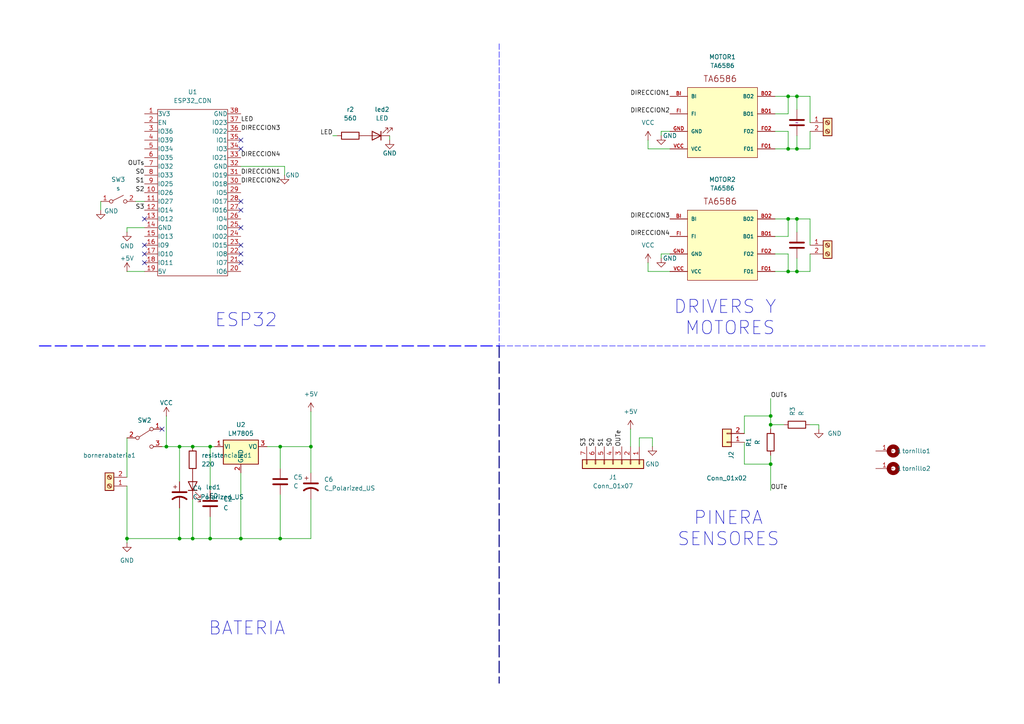
<source format=kicad_sch>
(kicad_sch (version 20231120) (generator "eeschema") (generator_version "8.0")
  (paper "A4")
  (lib_symbols
    (symbol "CDN:Conn_01x07" (pin_names (offset 1.016) hide)
      (property "Reference" "J" (at 0 10.16 0))
      (property "Value" "Conn_01x07" (at 0 -10.16 0))
      (symbol "Conn_01x07_1_1"
        (rectangle (start -1.27 -7.493) (end 0 -7.747) (stroke (width 0.1524)))
        (rectangle (start -1.27 -4.953) (end 0 -5.207) (stroke (width 0.1524)))
        (rectangle (start -1.27 -2.413) (end 0 -2.667) (stroke (width 0.1524)))
        (rectangle (start -1.27 0.127) (end 0 -0.127) (stroke (width 0.1524)))
        (rectangle (start -1.27 2.667) (end 0 2.413) (stroke (width 0.1524)))
        (rectangle (start -1.27 5.207) (end 0 4.953) (stroke (width 0.1524)))
        (rectangle (start -1.27 7.747) (end 0 7.493) (stroke (width 0.1524)))
        (rectangle (start -1.27 8.89) (end 1.27 -8.89) (stroke (width 0.254)) (fill (type background)))
        (pin passive line (at -5.08 7.62 0) (length 3.81) (name "Pin_1") (number "1"))
        (pin passive line (at -5.08 5.08 0) (length 3.81) (name "Pin_2") (number "2"))
        (pin passive line (at -5.08 2.54 0) (length 3.81) (name "Pin_3") (number "3"))
        (pin passive line (at -5.08 0 0) (length 3.81) (name "Pin_4") (number "4"))
        (pin passive line (at -5.08 -2.54 0) (length 3.81) (name "Pin_5") (number "5"))
        (pin passive line (at -5.08 -5.08 0) (length 3.81) (name "Pin_6") (number "6"))
        (pin passive line (at -5.08 -7.62 0) (length 3.81) (name "Pin_7") (number "7"))
      )
    )
    (symbol "CDN:ESP32_CDN" (pin_names (offset 0.0254))
      (property "Reference" "U" (at 0 25.4 0))
      (property "Value" "ESP32_CDN" (at 0 -25.4 0))
      (symbol "ESP32_CDN_0_1"
        (rectangle (start -10.16 24.13) (end 10.16 -24.13))
      )
      (symbol "ESP32_CDN_1_1"
        (pin passive line (at -13.97 22.86 0) (length 3.81) (name "3V3") (number "1"))
        (pin passive line (at -13.97 0 0) (length 3.81) (name "IO26") (number "10"))
        (pin passive line (at -13.97 -2.54 0) (length 3.81) (name "IO27") (number "11"))
        (pin passive line (at -13.97 -5.08 0) (length 3.81) (name "IO14") (number "12"))
        (pin passive line (at -13.97 -7.62 0) (length 3.81) (name "IO12") (number "13"))
        (pin passive line (at -13.97 -10.16 0) (length 3.81) (name "GND") (number "14"))
        (pin passive line (at -13.97 -12.7 0) (length 3.81) (name "IO13") (number "15"))
        (pin passive line (at -13.97 -15.24 0) (length 3.81) (name "IO9") (number "16"))
        (pin passive line (at -13.97 -17.78 0) (length 3.81) (name "IO10") (number "17"))
        (pin passive line (at -13.97 -20.32 0) (length 3.81) (name "IO11") (number "18"))
        (pin passive line (at -13.97 -22.86 0) (length 3.81) (name "5V") (number "19"))
        (pin passive line (at -13.97 20.32 0) (length 3.81) (name "EN") (number "2"))
        (pin passive line (at 13.97 -22.86 180) (length 3.81) (name "IO6") (number "20"))
        (pin passive line (at 13.97 -20.32 180) (length 3.81) (name "IO7") (number "21"))
        (pin passive line (at 13.97 -17.78 180) (length 3.81) (name "IO8") (number "22"))
        (pin passive line (at 13.97 -15.24 180) (length 3.81) (name "IO15") (number "23"))
        (pin passive line (at 13.97 -12.7 180) (length 3.81) (name "IO02") (number "24"))
        (pin passive line (at 13.97 -10.16 180) (length 3.81) (name "IO0") (number "25"))
        (pin passive line (at 13.97 -7.62 180) (length 3.81) (name "IO4") (number "26"))
        (pin passive line (at 13.97 -5.08 180) (length 3.81) (name "IO16") (number "27"))
        (pin passive line (at 13.97 -2.54 180) (length 3.81) (name "IO17") (number "28"))
        (pin passive line (at 13.97 0 180) (length 3.81) (name "IO5") (number "29"))
        (pin passive line (at -13.97 17.78 0) (length 3.81) (name "IO36") (number "3"))
        (pin passive line (at 13.97 2.54 180) (length 3.81) (name "IO18") (number "30"))
        (pin passive line (at 13.97 5.08 180) (length 3.81) (name "IO19") (number "31"))
        (pin passive line (at 13.97 7.62 180) (length 3.81) (name "GND") (number "32"))
        (pin passive line (at 13.97 10.16 180) (length 3.81) (name "IO21") (number "33"))
        (pin passive line (at 13.97 12.7 180) (length 3.81) (name "IO3") (number "34"))
        (pin passive line (at 13.97 15.24 180) (length 3.81) (name "IO1") (number "35"))
        (pin passive line (at 13.97 17.78 180) (length 3.81) (name "IO22") (number "36"))
        (pin passive line (at 13.97 20.32 180) (length 3.81) (name "IO23") (number "37"))
        (pin passive line (at 13.97 22.86 180) (length 3.81) (name "GND") (number "38"))
        (pin passive line (at -13.97 15.24 0) (length 3.81) (name "IO39") (number "4"))
        (pin passive line (at -13.97 12.7 0) (length 3.81) (name "IO34") (number "5"))
        (pin passive line (at -13.97 10.16 0) (length 3.81) (name "IO35") (number "6"))
        (pin passive line (at -13.97 7.62 0) (length 3.81) (name "IO32") (number "7"))
        (pin passive line (at -13.97 5.08 0) (length 3.81) (name "IO33") (number "8"))
        (pin passive line (at -13.97 2.54 0) (length 3.81) (name "IO25") (number "9"))
      )
    )
    (symbol "Connector:Screw_Terminal_01x02" (pin_names (offset 1.016) hide)
      (property "Reference" "J" (at 0 2.54 0))
      (property "Value" "Screw_Terminal_01x02" (at 0 -5.08 0))
      (symbol "Screw_Terminal_01x02_1_1"
        (rectangle (start -1.27 1.27) (end 1.27 -3.81) (stroke (width 0.254)) (fill (type background)))
        (circle (center 0 -2.54) (radius 0.635) (stroke (width 0.1524)))
        (polyline (pts (xy -0.5334 -2.2098) (xy 0.3302 -3.048)) (stroke (width 0.1524)))
        (polyline (pts (xy -0.5334 0.3302) (xy 0.3302 -0.508)) (stroke (width 0.1524)))
        (polyline (pts (xy -0.3556 -2.032) (xy 0.508 -2.8702)) (stroke (width 0.1524)))
        (polyline (pts (xy -0.3556 0.508) (xy 0.508 -0.3302)) (stroke (width 0.1524)))
        (circle (center 0 0) (radius 0.635) (stroke (width 0.1524)))
        (pin passive line (at -5.08 0 0) (length 3.81) (name "Pin_1") (number "1"))
        (pin passive line (at -5.08 -2.54 0) (length 3.81) (name "Pin_2") (number "2"))
      )
    )
    (symbol "Connector_Generic:Conn_01x02" (pin_names (offset 1.016) hide)
      (property "Reference" "J" (at 0 2.54 0))
      (property "Value" "Conn_01x02" (at 0 -5.08 0))
      (symbol "Conn_01x02_1_1"
        (rectangle (start -1.27 -2.413) (end 0 -2.667) (stroke (width 0.1524)))
        (rectangle (start -1.27 0.127) (end 0 -0.127) (stroke (width 0.1524)))
        (rectangle (start -1.27 1.27) (end 1.27 -3.81) (stroke (width 0.254)) (fill (type background)))
        (pin passive line (at -5.08 0 0) (length 3.81) (name "Pin_1") (number "1"))
        (pin passive line (at -5.08 -2.54 0) (length 3.81) (name "Pin_2") (number "2"))
      )
    )
    (symbol "Device:C" (pin_numbers hide) (pin_names (offset 0.254))
      (property "Reference" "C" (at 0.635 2.54 0))
      (property "Value" "C" (at 0.635 -2.54 0))
      (symbol "C_0_1"
        (polyline (pts (xy -2.032 -0.762) (xy 2.032 -0.762)) (stroke (width 0.508)))
        (polyline (pts (xy -2.032 0.762) (xy 2.032 0.762)) (stroke (width 0.508)))
      )
      (symbol "C_1_1"
        (pin passive line (at 0 3.81 270) (length 2.794) (name "~") (number "1"))
        (pin passive line (at 0 -3.81 90) (length 2.794) (name "~") (number "2"))
      )
    )
    (symbol "Device:C_Polarized_US" (pin_numbers hide) (pin_names (offset 0.254) hide)
      (property "Reference" "C" (at 0.635 2.54 0))
      (property "Value" "C_Polarized_US" (at 0.635 -2.54 0))
      (symbol "C_Polarized_US_0_1"
        (polyline (pts (xy -2.032 0.762) (xy 2.032 0.762)) (stroke (width 0.508)))
        (polyline (pts (xy -1.778 2.286) (xy -0.762 2.286)))
        (polyline (pts (xy -1.27 1.778) (xy -1.27 2.794)))
        (arc (start 2.032 -1.27) (mid 0 -0.5572) (end -2.032 -1.27) (stroke (width 0.508)))
      )
      (symbol "C_Polarized_US_1_1"
        (pin passive line (at 0 3.81 270) (length 2.794) (name "~") (number "1"))
        (pin passive line (at 0 -3.81 90) (length 3.302) (name "~") (number "2"))
      )
    )
    (symbol "Device:LED" (pin_numbers hide) (pin_names (offset 1.016) hide)
      (property "Reference" "D" (at 0 2.54 0))
      (property "Value" "LED" (at 0 -2.54 0))
      (symbol "LED_0_1"
        (polyline (pts (xy -1.27 -1.27) (xy -1.27 1.27)) (stroke (width 0.254)))
        (polyline (pts (xy -1.27 0) (xy 1.27 0)))
        (polyline (pts (xy 1.27 -1.27) (xy 1.27 1.27) (xy -1.27 0) (xy 1.27 -1.27)) (stroke (width 0.254)))
        (polyline (pts (xy -3.048 -0.762) (xy -4.572 -2.286) (xy -3.81 -2.286) (xy -4.572 -2.286) (xy -4.572 -1.524)))
        (polyline (pts (xy -1.778 -0.762) (xy -3.302 -2.286) (xy -2.54 -2.286) (xy -3.302 -2.286) (xy -3.302 -1.524)))
      )
      (symbol "LED_1_1"
        (pin passive line (at -3.81 0 0) (length 2.54) (name "K") (number "1"))
        (pin passive line (at 3.81 0 180) (length 2.54) (name "A") (number "2"))
      )
    )
    (symbol "Device:R" (pin_numbers hide) (pin_names (offset 0))
      (property "Reference" "R" (at 2.032 0 90))
      (property "Value" "R" (at 0 0 90))
      (symbol "R_0_1"
        (rectangle (start -1.016 -2.54) (end 1.016 2.54) (stroke (width 0.254)))
      )
      (symbol "R_1_1"
        (pin passive line (at 0 3.81 270) (length 1.27) (name "~") (number "1"))
        (pin passive line (at 0 -3.81 90) (length 1.27) (name "~") (number "2"))
      )
    )
    (symbol "EESTN5:Cable_PAD" (pin_names (offset 1.016))
      (property "Reference" "J" (at 0 5.08 0))
      (symbol "Cable_PAD_0_1"
        (circle (center 0 0) (radius 1.27) (stroke (width 1.27)))
      )
      (symbol "Cable_PAD_1_1"
        (pin input line (at -5.08 0 0) (length 5.08) (name "1") (number "1"))
      )
    )
    (symbol "EESTN5:SW_SPDT" (pin_names (offset 0) hide)
      (property "Reference" "SW" (at 0 4.318 0))
      (symbol "SW_SPDT_0_0"
        (circle (center -2.032 0) (radius 0.508))
        (circle (center 2.032 -2.54) (radius 0.508))
      )
      (symbol "SW_SPDT_0_1"
        (polyline (pts (xy -1.524 0.254) (xy 1.651 2.286)))
        (circle (center 2.032 2.54) (radius 0.508))
      )
      (symbol "SW_SPDT_1_1"
        (pin passive line (at 5.08 2.54 180) (length 2.54) (name "A") (number "1"))
        (pin passive line (at -5.08 0 0) (length 2.54) (name "B") (number "2"))
        (pin passive line (at 5.08 -2.54 180) (length 2.54) (name "C") (number "3"))
      )
    )
    (symbol "Regulator_Linear:LM7805_TO220" (pin_names (offset 0.254))
      (property "Reference" "U" (at -3.81 3.175 0))
      (property "Value" "LM7805_TO220" (at 0 3.175 0))
      (symbol "LM7805_TO220_0_1"
        (rectangle (start -5.08 1.905) (end 5.08 -5.08) (stroke (width 0.254)) (fill (type background)))
      )
      (symbol "LM7805_TO220_1_1"
        (pin power_in line (at -7.62 0 0) (length 2.54) (name "VI") (number "1"))
        (pin power_in line (at 0 -7.62 90) (length 2.54) (name "GND") (number "2"))
        (pin power_out line (at 7.62 0 180) (length 2.54) (name "VO") (number "3"))
      )
    )
    (symbol "Switch:SW_SPST" (pin_names (offset 0) hide)
      (property "Reference" "SW" (at 0 3.175 0))
      (property "Value" "SW_SPST" (at 0 -2.54 0))
      (symbol "SW_SPST_0_0"
        (circle (center -2.032 0) (radius 0.508))
        (polyline (pts (xy -1.524 0.254) (xy 1.524 1.778)))
        (circle (center 2.032 0) (radius 0.508))
      )
      (symbol "SW_SPST_1_1"
        (pin passive line (at -5.08 0 0) (length 2.54) (name "A") (number "1"))
        (pin passive line (at 5.08 0 180) (length 2.54) (name "B") (number "2"))
      )
    )
    (symbol "TA6586:TA6586" (pin_names (offset 1.016))
      (property "Reference" "U" (at 0 0 0))
      (property "Value" "TA6586" (at 0 0 0))
      (symbol "TA6586_0_0"
        (rectangle (start -10.16 -10.16) (end 10.16 10.16) (stroke (width 0.1524)) (fill (type background)))
        (text "TA6586 " (at 0 12.7 0) (effects (font (size 1.778 1.778))))
        (pin bidirectional line (at -15.24 7.62 0) (length 5.08) (name "BI") (number "BI"))
        (pin bidirectional line (at 15.24 2.54 180) (length 5.08) (name "BO1") (number "BO1"))
        (pin bidirectional line (at 15.24 7.62 180) (length 5.08) (name "BO2") (number "BO2"))
        (pin bidirectional line (at -15.24 2.54 0) (length 5.08) (name "FI") (number "FI"))
        (pin bidirectional line (at 15.24 -7.62 180) (length 5.08) (name "FO1") (number "FO1"))
        (pin bidirectional line (at 15.24 -2.54 180) (length 5.08) (name "FO2") (number "FO2"))
        (pin bidirectional line (at -15.24 -2.54 0) (length 5.08) (name "GND") (number "GND"))
        (pin bidirectional line (at -15.24 -7.62 0) (length 5.08) (name "VCC") (number "VCC"))
      )
    )
    (symbol "power:+5V" (power) (pin_numbers hide) (pin_names (offset 0) hide)
      (property "Value" "+5V" (at 0 3.556 0))
      (symbol "+5V_0_1"
        (polyline (pts (xy -0.762 1.27) (xy 0 2.54)))
        (polyline (pts (xy 0 0) (xy 0 2.54)))
        (polyline (pts (xy 0 2.54) (xy 0.762 1.27)))
      )
      (symbol "+5V_1_1"
        (pin power_in line (at 0 0 90) (length 0) (name "~") (number "1"))
      )
    )
    (symbol "power:GND" (power) (pin_numbers hide) (pin_names (offset 0) hide)
      (property "Value" "GND" (at 0 -3.81 0))
      (symbol "GND_0_1"
        (polyline (pts (xy 0 0) (xy 0 -1.27) (xy 1.27 -1.27) (xy 0 -2.54) (xy -1.27 -1.27) (xy 0 -1.27)))
      )
      (symbol "GND_1_1"
        (pin power_in line (at 0 0 270) (length 0) (name "~") (number "1"))
      )
    )
    (symbol "power:VCC" (power) (pin_numbers hide) (pin_names (offset 0) hide)
      (property "Value" "VCC" (at 0 3.556 0))
      (symbol "VCC_0_1"
        (polyline (pts (xy -0.762 1.27) (xy 0 2.54)))
        (polyline (pts (xy 0 0) (xy 0 2.54)))
        (polyline (pts (xy 0 2.54) (xy 0.762 1.27)))
      )
      (symbol "VCC_1_1"
        (pin power_in line (at 0 0 90) (length 0) (name "~") (number "1"))
      )
    )
  )
  (junction (at 52.07 129.54))
  (junction (at 228.6 43.18))
  (junction (at 81.28 156.21))
  (junction (at 52.07 156.21))
  (junction (at 60.96 129.54))
  (junction (at 228.6 27.94))
  (junction (at 90.17 129.54))
  (junction (at 231.14 27.94))
  (junction (at 223.52 134.62))
  (junction (at 228.6 78.74))
  (junction (at 228.6 63.5))
  (junction (at 81.28 129.54))
  (junction (at 223.52 120.65))
  (junction (at 231.14 43.18))
  (junction (at 60.96 156.21))
  (junction (at 223.52 123.19))
  (junction (at 55.88 156.21))
  (junction (at 36.83 156.21))
  (junction (at 231.14 63.5))
  (junction (at 231.14 78.74))
  (junction (at 69.85 156.21))
  (junction (at 55.88 129.54))
  (junction (at 48.26 129.54))
  (no_connect (at 69.85 76.2))
  (no_connect (at 46.99 124.46))
  (no_connect (at 69.85 40.64))
  (no_connect (at 41.91 76.2))
  (no_connect (at 41.91 71.12))
  (no_connect (at 69.85 58.42))
  (no_connect (at 41.91 73.66))
  (no_connect (at 69.85 73.66))
  (no_connect (at 69.85 43.18))
  (no_connect (at 41.91 63.5))
  (no_connect (at 69.85 66.04))
  (no_connect (at 69.85 60.96))
  (no_connect (at 69.85 71.12))
  (wire (pts (xy 144.78 100.33) (xy 285.75 100.33)) (stroke (width 0) (type dash) (color 8 0 255 1)))
  (wire (pts (xy 234.95 63.5) (xy 234.95 71.12)))
  (wire (pts (xy 187.96 76.2) (xy 187.96 78.74)))
  (wire (pts (xy 224.79 43.18) (xy 228.6 43.18)))
  (wire (pts (xy 81.28 156.21) (xy 69.85 156.21)))
  (wire (pts (xy 215.9 125.73) (xy 215.9 120.65)))
  (wire (pts (xy 224.79 33.02) (xy 228.6 33.02)))
  (wire (pts (xy 144.78 12.7) (xy 144.78 100.33)) (stroke (width 0) (type dash) (color 8 0 255 1)))
  (wire (pts (xy 36.83 156.21) (xy 36.83 157.48)))
  (bus (pts (xy 11.43 100.33) (xy 144.78 100.33)) (stroke (width 0) (type dash) (color 19 8 255 1)))
  (wire (pts (xy 52.07 139.7) (xy 52.07 129.54)))
  (wire (pts (xy 237.49 124.46) (xy 237.49 123.19)))
  (wire (pts (xy 215.9 128.27) (xy 215.9 134.62)))
  (wire (pts (xy 185.42 129.54) (xy 185.42 127)))
  (wire (pts (xy 36.83 156.21) (xy 52.07 156.21)))
  (wire (pts (xy 191.77 38.1) (xy 194.31 38.1)))
  (wire (pts (xy 228.6 78.74) (xy 231.14 78.74)))
  (wire (pts (xy 90.17 129.54) (xy 90.17 137.16)))
  (wire (pts (xy 231.14 78.74) (xy 234.95 78.74)))
  (wire (pts (xy 60.96 156.21) (xy 60.96 149.86)))
  (wire (pts (xy 234.95 27.94) (xy 234.95 35.56)))
  (wire (pts (xy 223.52 123.19) (xy 227.33 123.19)))
  (wire (pts (xy 187.96 40.64) (xy 187.96 43.18)))
  (wire (pts (xy 223.52 124.46) (xy 223.52 123.19)))
  (wire (pts (xy 231.14 63.5) (xy 234.95 63.5)))
  (wire (pts (xy 224.79 63.5) (xy 228.6 63.5)))
  (wire (pts (xy 231.14 63.5) (xy 231.14 67.31)))
  (wire (pts (xy 52.07 156.21) (xy 55.88 156.21)))
  (wire (pts (xy 191.77 39.37) (xy 191.77 38.1)))
  (wire (pts (xy 81.28 129.54) (xy 90.17 129.54)))
  (wire (pts (xy 77.47 129.54) (xy 81.28 129.54)))
  (wire (pts (xy 223.52 142.24) (xy 223.52 134.62)))
  (wire (pts (xy 224.79 68.58) (xy 228.6 68.58)))
  (wire (pts (xy 228.6 38.1) (xy 228.6 43.18)))
  (wire (pts (xy 81.28 143.51) (xy 81.28 156.21)))
  (wire (pts (xy 81.28 129.54) (xy 81.28 135.89)))
  (wire (pts (xy 90.17 119.38) (xy 90.17 129.54)))
  (wire (pts (xy 90.17 144.78) (xy 90.17 156.21)))
  (wire (pts (xy 189.23 127) (xy 189.23 129.54)))
  (wire (pts (xy 231.14 39.37) (xy 231.14 43.18)))
  (wire (pts (xy 46.99 129.54) (xy 48.26 129.54)))
  (wire (pts (xy 215.9 120.65) (xy 223.52 120.65)))
  (wire (pts (xy 36.83 66.04) (xy 36.83 67.31)))
  (wire (pts (xy 215.9 134.62) (xy 223.52 134.62)))
  (wire (pts (xy 48.26 129.54) (xy 52.07 129.54)))
  (wire (pts (xy 36.83 127) (xy 36.83 138.43)))
  (wire (pts (xy 224.79 27.94) (xy 228.6 27.94)))
  (wire (pts (xy 55.88 129.54) (xy 60.96 129.54)))
  (wire (pts (xy 90.17 156.21) (xy 81.28 156.21)))
  (wire (pts (xy 60.96 129.54) (xy 60.96 142.24)))
  (wire (pts (xy 36.83 78.74) (xy 41.91 78.74)))
  (wire (pts (xy 231.14 43.18) (xy 234.95 43.18)))
  (wire (pts (xy 48.26 120.65) (xy 48.26 129.54)))
  (bus (pts (xy 144.78 100.33) (xy 144.78 198.12)) (stroke (width 0) (type dash)))
  (wire (pts (xy 228.6 73.66) (xy 228.6 78.74)))
  (wire (pts (xy 224.79 38.1) (xy 228.6 38.1)))
  (wire (pts (xy 97.79 39.37) (xy 96.52 39.37)))
  (wire (pts (xy 82.55 50.8) (xy 82.55 48.26)))
  (wire (pts (xy 36.83 140.97) (xy 36.83 156.21)))
  (wire (pts (xy 60.96 156.21) (xy 69.85 156.21)))
  (wire (pts (xy 234.95 73.66) (xy 234.95 78.74)))
  (wire (pts (xy 113.03 40.64) (xy 113.03 39.37)))
  (wire (pts (xy 228.6 27.94) (xy 231.14 27.94)))
  (wire (pts (xy 187.96 78.74) (xy 194.31 78.74)))
  (wire (pts (xy 55.88 144.78) (xy 55.88 156.21)))
  (wire (pts (xy 234.95 38.1) (xy 234.95 43.18)))
  (wire (pts (xy 29.21 58.42) (xy 29.21 60.96)))
  (wire (pts (xy 228.6 43.18) (xy 231.14 43.18)))
  (wire (pts (xy 182.88 124.46) (xy 182.88 129.54)))
  (wire (pts (xy 223.52 120.65) (xy 223.52 115.57)))
  (wire (pts (xy 55.88 156.21) (xy 60.96 156.21)))
  (wire (pts (xy 191.77 74.93) (xy 191.77 73.66)))
  (wire (pts (xy 60.96 129.54) (xy 62.23 129.54)))
  (wire (pts (xy 223.52 123.19) (xy 223.52 120.65)))
  (wire (pts (xy 191.77 73.66) (xy 194.31 73.66)))
  (wire (pts (xy 69.85 137.16) (xy 69.85 156.21)))
  (wire (pts (xy 224.79 73.66) (xy 228.6 73.66)))
  (wire (pts (xy 228.6 68.58) (xy 228.6 63.5)))
  (wire (pts (xy 187.96 43.18) (xy 194.31 43.18)))
  (wire (pts (xy 223.52 134.62) (xy 223.52 132.08)))
  (wire (pts (xy 234.95 123.19) (xy 237.49 123.19)))
  (wire (pts (xy 82.55 48.26) (xy 69.85 48.26)))
  (wire (pts (xy 224.79 78.74) (xy 228.6 78.74)))
  (wire (pts (xy 41.91 66.04) (xy 36.83 66.04)))
  (wire (pts (xy 52.07 129.54) (xy 55.88 129.54)))
  (wire (pts (xy 52.07 156.21) (xy 52.07 147.32)))
  (wire (pts (xy 228.6 63.5) (xy 231.14 63.5)))
  (wire (pts (xy 39.37 58.42) (xy 41.91 58.42)))
  (wire (pts (xy 231.14 27.94) (xy 234.95 27.94)))
  (wire (pts (xy 185.42 127) (xy 189.23 127)))
  (wire (pts (xy 228.6 33.02) (xy 228.6 27.94)))
  (wire (pts (xy 231.14 27.94) (xy 231.14 31.75)))
  (wire (pts (xy 231.14 74.93) (xy 231.14 78.74)))
  (text "ESP32\n" (at 71.374 92.964 0) (effects (font (size 3.81 3.81))))
  (text " DRIVERS Y \n MOTORES\n" (at 210.312 92.202 0) (effects (font (size 3.81 3.81))))
  (text " PINERA\n SENSORES\n" (at 209.804 153.416 0) (effects (font (size 3.81 3.81))))
  (text "BATERIA\n" (at 71.628 182.372 0) (effects (font (size 3.81 3.81))))
  (label "S2" (at 172.72 129.54 90))
  (label "S1" (at 41.91 53.34 180))
  (label "S2" (at 41.91 55.88 180))
  (label "DIRECCION4" (at 194.31 68.58 180))
  (label "S1" (at 175.26 129.54 90))
  (label "DIRECCION1" (at 69.85 50.8 0))
  (label "OUTe" (at 180.34 129.54 90))
  (label "DIRECCION1" (at 194.31 27.94 180))
  (label "DIRECCION2" (at 69.85 53.34 0))
  (label "OUTs" (at 223.52 115.57 0))
  (label "DIRECCION3" (at 194.31 63.5 180))
  (label "DIRECCION2" (at 194.31 33.02 180))
  (label "DIRECCION3" (at 69.85 38.1 0))
  (label "DIRECCION4" (at 69.85 45.72 0))
  (label "S3" (at 41.91 60.96 180))
  (label "S3" (at 170.18 129.54 90))
  (label "OUTs" (at 41.91 48.26 180))
  (label "S0" (at 177.8 129.54 90))
  (label "OUTe" (at 223.52 142.24 0))
  (label "S0" (at 41.91 50.8 180))
  (label "LED" (at 96.52 39.37 180))
  (label "LED" (at 69.85 35.56 0))
  (symbol (lib_id "Device:C") (at 60.96 146.05 0) (unit 1)
    (property "Reference" "C2" (at 64.77 144.7799 0) (effects (justify left)))
    (property "Value" "C" (at 64.77 147.3199 0) (effects (justify left)))
    (property "Footprint" "Capacitor_THT:C_Disc_D5.0mm_W2.5mm_P5.00mm" (effects (hide yes)))
    (property "Description" "Unpolarized capacitor" (effects (hide yes)))
  )
  (symbol (lib_id "Device:R") (at 223.52 128.27 180) (unit 1)
    (property "Reference" "R1" (at 217.17 128.27 90))
    (property "Value" "R" (at 219.71 128.27 90))
    (property "Footprint" "EESTN5:R_0805" (effects (hide yes)))
    (property "Description" "Resistor" (effects (hide yes)))
  )
  (symbol (lib_id "Device:LED") (at 55.88 140.97 90) (unit 1)
    (property "Reference" "led1" (at 59.69 141.2874 90) (effects (justify right)))
    (property "Value" "LED" (at 59.69 143.8274 90) (effects (justify right)))
    (property "Footprint" "LED_THT:LED_D5.0mm" (effects (hide yes)))
    (property "Description" "Light emitting diode" (effects (hide yes)))
  )
  (symbol (lib_id "TA6586:TA6586") (at 209.55 35.56 0) (unit 1)
    (property "Reference" "MOTOR1" (at 209.55 16.51 0))
    (property "Value" "TA6586" (at 209.55 19.05 0))
    (property "Footprint" "ta6586:TA6586-FOOTPRINT" (effects (hide yes)))
    (property "MF" "Wuxi" (effects (hide yes)))
    (property "Description_1" "\n                        \n                            Circuito de accionamiento de motor bidireccional de CC\n                        \n" (effects (hide yes)))
    (property "Package" "Package" (effects (hide yes)))
    (property "Price" "None" (effects (hide yes)))
    (property "SnapEDA_Link" "https://www.snapeda.com/parts/TA6586/Wuxi/view-part/?ref=snap" (effects (hide yes)))
    (property "MP" "TA6586" (effects (hide yes)))
    (property "Availability" "Not in stock" (effects (hide yes)))
    (property "Check_prices" "https://www.snapeda.com/parts/TA6586/Wuxi/view-part/?ref=eda" (effects (hide yes)))
  )
  (symbol (lib_id "Connector:Screw_Terminal_01x02") (at 31.75 140.97 180) (unit 1)
    (property "Reference" "bornerabateria1" (at 31.75 132.08 0))
    (property "Value" "bornera" (effects (hide yes)))
    (property "Footprint" "EESTN5:BORNERA2" (effects (hide yes)))
    (property "Description" "Generic screw terminal, single row, 01x02, script generated (kicad-library-utils/schlib/autogen/connector/)" (effects (hide yes)))
  )
  (symbol (lib_id "power:GND") (at 29.21 60.96 0) (unit 1)
    (property "Reference" "#PWR09" (effects (hide yes)))
    (property "Value" "GND" (at 32.258 61.214 0))
    (property "Description" "Power symbol creates a global label with name \"GND\" , ground" (effects (hide yes)))
  )
  (symbol (lib_id "Device:C") (at 231.14 35.56 0) (unit 1)
    (property "Reference" "C7" (effects (hide yes)))
    (property "Value" "C" (effects (hide yes)))
    (property "Footprint" "Capacitor_THT:C_Disc_D5.0mm_W2.5mm_P5.00mm" (effects (hide yes)))
    (property "Datasheet" "~" (at 231.14 35.56 0))
    (property "Description" "Unpolarized capacitor" (effects (hide yes)))
  )
  (symbol (lib_id "Device:R") (at 231.14 123.19 90) (unit 1)
    (property "Reference" "R3" (at 229.8699 120.65 0) (effects (justify left)))
    (property "Value" "R" (at 232.4099 120.65 0) (effects (justify left)))
    (property "Footprint" "EESTN5:R_0805" (effects (hide yes)))
    (property "Description" "Resistor" (effects (hide yes)))
  )
  (symbol (lib_id "EESTN5:SW_SPDT") (at 41.91 127 0) (unit 1)
    (property "Reference" "SW2" (at 41.91 121.92 0))
    (property "Value" "SW_SPDT" (effects (hide yes)))
    (property "Footprint" "EESTN5:SW_SPDT_TH_Vertical" (effects (hide yes)))
    (property "Description" "Switch, single pole double throw" (effects (hide yes)))
  )
  (symbol (lib_id "Device:C") (at 81.28 139.7 0) (unit 1)
    (property "Reference" "C5" (at 85.09 138.4299 0) (effects (justify left)))
    (property "Value" "C" (at 85.09 140.9699 0) (effects (justify left)))
    (property "Footprint" "Capacitor_THT:C_Disc_D5.0mm_W2.5mm_P5.00mm" (effects (hide yes)))
    (property "Description" "Unpolarized capacitor" (effects (hide yes)))
  )
  (symbol (lib_id "Switch:SW_SPST") (at 34.29 58.42 0) (unit 1)
    (property "Reference" "SW3" (at 34.29 52.07 0))
    (property "Value" "s" (at 34.29 54.61 0))
    (property "Footprint" "Button_Switch_THT:SW_PUSH_6mm" (effects (hide yes)))
    (property "Description" "Single Pole Single Throw (SPST) switch" (effects (hide yes)))
  )
  (symbol (lib_id "Regulator_Linear:LM7805_TO220") (at 69.85 129.54 0) (unit 1)
    (property "Reference" "U2" (at 69.85 123.19 0))
    (property "Value" "LM7805" (at 69.85 125.73 0))
    (property "Footprint" "Package_TO_SOT_THT:TO-220-3_Vertical" (effects (hide yes)))
    (property "Datasheet" "https://www.onsemi.cn/PowerSolutions/document/MC7800-D.PDF" (effects (hide yes)))
    (property "Description" "Positive 1A 35V Linear Regulator, Fixed Output 5V, TO-220" (effects (hide yes)))
  )
  (symbol (lib_id "power:GND") (at 191.77 74.93 0) (mirror y) (unit 1)
    (property "Reference" "#PWR028" (effects (hide yes)))
    (property "Value" "GND" (at 194.31 74.93 0))
    (property "Description" "Power symbol creates a global label with name \"GND\" , ground" (effects (hide yes)))
  )
  (symbol (lib_id "EESTN5:Cable_PAD") (at 259.08 130.81 0) (unit 1)
    (property "Reference" "tornillo1" (at 261.62 130.8099 0) (effects (justify left)))
    (property "Value" "Cable_PAD" (effects (hide yes)))
    (property "Footprint" "EESTN5:Tornillo_M3_8mm" (effects (hide yes)))
    (property "Description" "Solder Pad for cable connection" (effects (hide yes)))
  )
  (symbol (lib_id "CDN:ESP32_CDN") (at 55.88 55.88 0) (unit 1)
    (property "Reference" "U1" (at 55.88 26.67 0))
    (property "Value" "ESP32_CDN" (at 55.88 29.21 0))
    (property "Footprint" "EESTN5:ESP32_DEVKITC" (effects (hide yes)))
    (property "Description" "ESP32-DEVKITC" (effects (hide yes)))
  )
  (symbol (lib_id "Connector:Screw_Terminal_01x02") (at 240.03 71.12 0) (unit 1)
    (property "Reference" "bormo1" (effects (hide yes)))
    (property "Value" "Screw_Terminal_01x02" (effects (hide yes)))
    (property "Footprint" "EESTN5:BORNERA2" (effects (hide yes)))
    (property "Description" "Generic screw terminal, single row, 01x02, script generated (kicad-library-utils/schlib/autogen/connector/)" (effects (hide yes)))
  )
  (symbol (lib_id "Connector_Generic:Conn_01x02") (at 210.82 128.27 180) (unit 1)
    (property "Reference" "J2" (at 212.0901 130.81 90) (effects (justify left)))
    (property "Value" "Conn_01x02" (at 216.662 138.684 0) (effects (justify left)))
    (property "Footprint" "Connector_PinHeader_2.54mm:PinHeader_1x02_P2.54mm_Vertical" (effects (hide yes)))
    (property "Description" "Generic connector, single row, 01x02, script generated (kicad-library-utils/schlib/autogen/connector/)" (effects (hide yes)))
  )
  (symbol (lib_id "CDN:Conn_01x07") (at 177.8 134.62 270) (unit 1)
    (property "Reference" "J1" (at 177.8 138.43 90))
    (property "Value" "Conn_01x07" (at 177.8 140.97 90))
    (property "Footprint" "Connector_PinSocket_2.00mm:PinSocket_1x07_P2.00mm_Vertical" (effects (hide yes)))
    (property "Description" "Generic connector, single row, 01x07, script generated (kicad-library-utils/schlib/autogen/connector/)" (effects (hide yes)))
  )
  (symbol (lib_id "power:VCC") (at 48.26 120.65 0) (unit 1)
    (property "Reference" "#PWR022" (effects (hide yes)))
    (property "Value" "VCC" (at 48.26 116.84 0))
    (property "Description" "Power symbol creates a global label with name \"VCC\"" (effects (hide yes)))
  )
  (symbol (lib_id "Connector:Screw_Terminal_01x02") (at 240.03 35.56 0) (unit 1)
    (property "Reference" "J5" (effects (hide yes)))
    (property "Value" "Screw_Terminal_01x02" (effects (hide yes)))
    (property "Footprint" "EESTN5:BORNERA2" (effects (hide yes)))
    (property "Description" "Generic screw terminal, single row, 01x02, script generated (kicad-library-utils/schlib/autogen/connector/)" (effects (hide yes)))
  )
  (symbol (lib_id "Device:LED") (at 109.22 39.37 180) (unit 1)
    (property "Reference" "led2" (at 110.8075 31.75 0))
    (property "Value" "LED" (at 110.8075 34.29 0))
    (property "Footprint" "LED_THT:LED_D5.0mm" (effects (hide yes)))
    (property "Description" "Light emitting diode" (effects (hide yes)))
  )
  (symbol (lib_id "Device:R") (at 55.88 133.35 0) (unit 1)
    (property "Reference" "resistencialed1" (at 58.42 132.0799 0) (effects (justify left)))
    (property "Value" "220" (at 58.42 134.6199 0) (effects (justify left)))
    (property "Footprint" "EESTN5:RES0.3" (effects (hide yes)))
    (property "Description" "Resistor" (effects (hide yes)))
  )
  (symbol (lib_id "power:+5V") (at 182.88 124.46 0) (unit 1)
    (property "Reference" "#PWR02" (effects (hide yes)))
    (property "Value" "+5V" (at 182.88 119.38 0))
    (property "Description" "Power symbol creates a global label with name \"+5V\"" (effects (hide yes)))
  )
  (symbol (lib_id "Device:C_Polarized_US") (at 52.07 143.51 0) (unit 1)
    (property "Reference" "C4" (at 55.88 141.6049 0) (effects (justify left)))
    (property "Value" "C_Polarized_US" (at 55.88 144.1449 0) (effects (justify left)))
    (property "Footprint" "Capacitor_THT:CP_Radial_D10.0mm_P3.50mm" (effects (hide yes)))
    (property "Description" "Polarized capacitor, US symbol" (effects (hide yes)))
  )
  (symbol (lib_id "Device:R") (at 101.6 39.37 90) (unit 1)
    (property "Reference" "r2" (at 101.6 31.75 90))
    (property "Value" "560" (at 101.6 34.29 90))
    (property "Footprint" "EESTN5:RES0.3" (effects (hide yes)))
    (property "Description" "Resistor" (effects (hide yes)))
  )
  (symbol (lib_id "power:GND") (at 113.03 40.64 0) (unit 1)
    (property "Reference" "#PWR08" (effects (hide yes)))
    (property "Value" "GND" (at 113.03 44.45 0))
    (property "Description" "Power symbol creates a global label with name \"GND\" , ground" (effects (hide yes)))
  )
  (symbol (lib_id "power:GND") (at 191.77 39.37 0) (mirror y) (unit 1)
    (property "Reference" "#PWR03" (effects (hide yes)))
    (property "Value" "GND" (at 194.31 39.37 0))
    (property "Description" "Power symbol creates a global label with name \"GND\" , ground" (effects (hide yes)))
  )
  (symbol (lib_id "power:GND") (at 36.83 157.48 0) (unit 1)
    (property "Reference" "#PWR018" (effects (hide yes)))
    (property "Value" "GND" (at 36.83 162.56 0))
    (property "Description" "Power symbol creates a global label with name \"GND\" , ground" (effects (hide yes)))
  )
  (symbol (lib_id "TA6586:TA6586") (at 209.55 71.12 0) (unit 1)
    (property "Reference" "MOTOR2" (at 209.55 52.07 0))
    (property "Value" "TA6586" (at 209.55 54.61 0))
    (property "Footprint" "ta6586:TA6586-FOOTPRINT" (effects (hide yes)))
    (property "MF" "Wuxi" (effects (hide yes)))
    (property "Description_1" "\n                        \n                            Circuito de accionamiento de motor bidireccional de CC\n                        \n" (effects (hide yes)))
    (property "Package" "Package" (effects (hide yes)))
    (property "Price" "None" (effects (hide yes)))
    (property "SnapEDA_Link" "https://www.snapeda.com/parts/TA6586/Wuxi/view-part/?ref=snap" (effects (hide yes)))
    (property "MP" "TA6586" (effects (hide yes)))
    (property "Availability" "Not in stock" (effects (hide yes)))
    (property "Check_prices" "https://www.snapeda.com/parts/TA6586/Wuxi/view-part/?ref=eda" (effects (hide yes)))
  )
  (symbol (lib_id "power:+5V") (at 36.83 78.74 0) (unit 1)
    (property "Reference" "#PWR027" (effects (hide yes)))
    (property "Value" "+5V" (at 36.83 74.93 0))
    (property "Description" "Power symbol creates a global label with name \"+5V\"" (effects (hide yes)))
  )
  (symbol (lib_id "power:VCC") (at 187.96 76.2 0) (unit 1)
    (property "Reference" "#PWR05" (effects (hide yes)))
    (property "Value" "VCC" (at 187.96 71.12 0))
    (property "Description" "Power symbol creates a global label with name \"VCC\"" (effects (hide yes)))
  )
  (symbol (lib_id "power:GND") (at 36.83 67.31 0) (unit 1)
    (property "Reference" "#PWR026" (effects (hide yes)))
    (property "Value" "GND" (at 36.83 71.374 0))
    (property "Description" "Power symbol creates a global label with name \"GND\" , ground" (effects (hide yes)))
  )
  (symbol (lib_id "power:GND") (at 189.23 129.54 0) (unit 1)
    (property "Reference" "#PWR01" (effects (hide yes)))
    (property "Value" "GND" (at 189.23 134.62 0))
    (property "Description" "Power symbol creates a global label with name \"GND\" , ground" (effects (hide yes)))
  )
  (symbol (lib_id "EESTN5:Cable_PAD") (at 259.08 135.89 0) (unit 1)
    (property "Reference" "tornillo2" (at 261.62 135.8899 0) (effects (justify left)))
    (property "Value" "Cable_PAD" (effects (hide yes)))
    (property "Footprint" "EESTN5:Tornillo_M3_8mm" (effects (hide yes)))
    (property "Description" "Solder Pad for cable connection" (effects (hide yes)))
  )
  (symbol (lib_id "power:VCC") (at 187.96 40.64 0) (unit 1)
    (property "Reference" "#PWR04" (effects (hide yes)))
    (property "Value" "VCC" (at 187.96 35.56 0))
    (property "Description" "Power symbol creates a global label with name \"VCC\"" (effects (hide yes)))
  )
  (symbol (lib_id "power:GND") (at 237.49 124.46 0) (unit 1)
    (property "Reference" "#PWR06" (effects (hide yes)))
    (property "Value" "GND" (at 240.03 125.7299 0) (effects (justify left)))
    (property "Description" "Power symbol creates a global label with name \"GND\" , ground" (effects (hide yes)))
  )
  (symbol (lib_id "power:GND") (at 82.55 50.8 0) (unit 1)
    (property "Reference" "#PWR021" (effects (hide yes)))
    (property "Value" "GND" (at 84.836 50.8 0))
    (property "Description" "Power symbol creates a global label with name \"GND\" , ground" (effects (hide yes)))
  )
  (symbol (lib_id "Device:C_Polarized_US") (at 90.17 140.97 0) (unit 1)
    (property "Reference" "C6" (at 93.98 139.0649 0) (effects (justify left)))
    (property "Value" "C_Polarized_US" (at 93.98 141.6049 0) (effects (justify left)))
    (property "Footprint" "Capacitor_THT:CP_Radial_D10.0mm_P3.50mm" (effects (hide yes)))
    (property "Description" "Polarized capacitor, US symbol" (effects (hide yes)))
  )
  (symbol (lib_id "Device:C") (at 231.14 71.12 0) (unit 1)
    (property "Reference" "C11" (effects (hide yes)))
    (property "Value" "C" (effects (hide yes)))
    (property "Footprint" "Capacitor_THT:C_Disc_D5.0mm_W2.5mm_P5.00mm" (effects (hide yes)))
    (property "Description" "Unpolarized capacitor" (effects (hide yes)))
  )
  (symbol (lib_id "power:+5V") (at 90.17 119.38 0) (unit 1)
    (property "Reference" "#PWR020" (effects (hide yes)))
    (property "Value" "+5V" (at 90.17 114.3 0))
    (property "Description" "Power symbol creates a global label with name \"+5V\"" (effects (hide yes)))
  )
)
</source>
